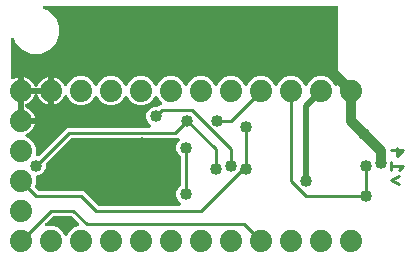
<source format=gbr>
G04 EAGLE Gerber RS-274X export*
G75*
%MOMM*%
%FSLAX34Y34*%
%LPD*%
%INBottom Copper*%
%IPPOS*%
%AMOC8*
5,1,8,0,0,1.08239X$1,22.5*%
G01*
%ADD10C,0.254000*%
%ADD11C,1.879600*%
%ADD12C,1.016000*%
%ADD13C,0.812800*%
%ADD14C,0.508000*%

G36*
X26916Y147843D02*
X26916Y147843D01*
X27042Y147850D01*
X27088Y147863D01*
X27136Y147869D01*
X27255Y147911D01*
X27377Y147946D01*
X27419Y147970D01*
X27464Y147986D01*
X27571Y148055D01*
X27681Y148116D01*
X27727Y148156D01*
X27757Y148175D01*
X27791Y148210D01*
X27867Y148275D01*
X51551Y171959D01*
X121478Y171959D01*
X121578Y171970D01*
X121678Y171972D01*
X121750Y171990D01*
X121824Y171999D01*
X121919Y172032D01*
X122016Y172057D01*
X122082Y172091D01*
X122152Y172116D01*
X122237Y172171D01*
X122326Y172217D01*
X122383Y172265D01*
X122445Y172305D01*
X122515Y172377D01*
X122591Y172442D01*
X122636Y172502D01*
X122687Y172556D01*
X122739Y172642D01*
X122799Y172723D01*
X122828Y172791D01*
X122866Y172855D01*
X122897Y172951D01*
X122937Y173043D01*
X122950Y173116D01*
X122972Y173187D01*
X122981Y173287D01*
X122998Y173386D01*
X122994Y173460D01*
X123000Y173534D01*
X122986Y173634D01*
X122980Y173734D01*
X122960Y173805D01*
X122949Y173879D01*
X122912Y173972D01*
X122884Y174069D01*
X122847Y174134D01*
X122820Y174203D01*
X122763Y174285D01*
X122714Y174373D01*
X122649Y174449D01*
X122621Y174489D01*
X122595Y174513D01*
X122555Y174559D01*
X120109Y177005D01*
X118871Y179993D01*
X118871Y183227D01*
X120109Y186215D01*
X122395Y188501D01*
X125383Y189739D01*
X128390Y189739D01*
X128516Y189753D01*
X128642Y189760D01*
X128688Y189773D01*
X128736Y189779D01*
X128855Y189821D01*
X128977Y189856D01*
X129019Y189880D01*
X129064Y189896D01*
X129171Y189965D01*
X129281Y190026D01*
X129327Y190066D01*
X129357Y190085D01*
X129391Y190120D01*
X129467Y190185D01*
X130291Y191009D01*
X130612Y191009D01*
X130711Y191020D01*
X130812Y191022D01*
X130884Y191040D01*
X130958Y191049D01*
X131052Y191082D01*
X131150Y191107D01*
X131216Y191141D01*
X131286Y191166D01*
X131370Y191221D01*
X131459Y191267D01*
X131516Y191315D01*
X131579Y191355D01*
X131648Y191427D01*
X131725Y191492D01*
X131769Y191552D01*
X131821Y191606D01*
X131872Y191692D01*
X131932Y191773D01*
X131962Y191841D01*
X132000Y191905D01*
X132030Y192001D01*
X132070Y192093D01*
X132083Y192166D01*
X132106Y192237D01*
X132114Y192337D01*
X132132Y192436D01*
X132128Y192510D01*
X132134Y192584D01*
X132119Y192684D01*
X132114Y192784D01*
X132093Y192855D01*
X132082Y192929D01*
X132045Y193022D01*
X132017Y193119D01*
X131981Y193184D01*
X131953Y193253D01*
X131896Y193335D01*
X131847Y193423D01*
X131782Y193499D01*
X131755Y193539D01*
X131728Y193563D01*
X131689Y193609D01*
X129148Y196149D01*
X128407Y197938D01*
X128359Y198026D01*
X128318Y198118D01*
X128274Y198178D01*
X128238Y198243D01*
X128171Y198317D01*
X128111Y198398D01*
X128054Y198446D01*
X128004Y198501D01*
X127921Y198558D01*
X127845Y198623D01*
X127778Y198657D01*
X127717Y198699D01*
X127624Y198736D01*
X127534Y198782D01*
X127462Y198800D01*
X127393Y198827D01*
X127294Y198842D01*
X127196Y198866D01*
X127122Y198867D01*
X127048Y198878D01*
X126948Y198869D01*
X126848Y198871D01*
X126775Y198855D01*
X126701Y198849D01*
X126605Y198818D01*
X126507Y198797D01*
X126440Y198765D01*
X126369Y198742D01*
X126283Y198690D01*
X126192Y198647D01*
X126134Y198600D01*
X126071Y198562D01*
X125999Y198492D01*
X125920Y198429D01*
X125874Y198371D01*
X125821Y198319D01*
X125766Y198235D01*
X125704Y198156D01*
X125658Y198066D01*
X125632Y198026D01*
X125620Y197992D01*
X125593Y197938D01*
X124852Y196149D01*
X121351Y192648D01*
X116776Y190753D01*
X111824Y190753D01*
X107249Y192648D01*
X103748Y196149D01*
X103007Y197938D01*
X102959Y198026D01*
X102918Y198118D01*
X102874Y198178D01*
X102838Y198243D01*
X102771Y198317D01*
X102711Y198398D01*
X102654Y198446D01*
X102604Y198501D01*
X102521Y198558D01*
X102445Y198623D01*
X102378Y198657D01*
X102317Y198699D01*
X102224Y198736D01*
X102134Y198782D01*
X102062Y198800D01*
X101993Y198827D01*
X101894Y198842D01*
X101796Y198866D01*
X101722Y198867D01*
X101648Y198878D01*
X101548Y198869D01*
X101448Y198871D01*
X101375Y198855D01*
X101301Y198849D01*
X101205Y198818D01*
X101107Y198797D01*
X101040Y198765D01*
X100969Y198742D01*
X100883Y198690D01*
X100792Y198647D01*
X100734Y198600D01*
X100671Y198562D01*
X100599Y198492D01*
X100520Y198429D01*
X100474Y198371D01*
X100421Y198319D01*
X100366Y198235D01*
X100304Y198156D01*
X100258Y198066D01*
X100232Y198026D01*
X100220Y197992D01*
X100193Y197938D01*
X99452Y196149D01*
X95951Y192648D01*
X91376Y190753D01*
X86424Y190753D01*
X81849Y192648D01*
X78348Y196149D01*
X77607Y197938D01*
X77559Y198026D01*
X77518Y198118D01*
X77474Y198178D01*
X77438Y198243D01*
X77371Y198317D01*
X77311Y198398D01*
X77254Y198446D01*
X77204Y198501D01*
X77121Y198558D01*
X77045Y198623D01*
X76978Y198657D01*
X76917Y198699D01*
X76824Y198736D01*
X76734Y198782D01*
X76662Y198800D01*
X76593Y198827D01*
X76494Y198842D01*
X76396Y198866D01*
X76322Y198867D01*
X76248Y198878D01*
X76148Y198869D01*
X76048Y198871D01*
X75975Y198855D01*
X75901Y198849D01*
X75805Y198818D01*
X75707Y198797D01*
X75640Y198765D01*
X75569Y198742D01*
X75483Y198690D01*
X75392Y198647D01*
X75334Y198600D01*
X75271Y198562D01*
X75199Y198492D01*
X75120Y198429D01*
X75074Y198371D01*
X75021Y198319D01*
X74966Y198235D01*
X74904Y198156D01*
X74858Y198066D01*
X74832Y198026D01*
X74820Y197992D01*
X74793Y197938D01*
X74052Y196149D01*
X70551Y192648D01*
X65976Y190753D01*
X61024Y190753D01*
X56449Y192648D01*
X52948Y196149D01*
X51952Y198554D01*
X51932Y198590D01*
X51919Y198629D01*
X51848Y198742D01*
X51783Y198859D01*
X51755Y198889D01*
X51734Y198924D01*
X51638Y199018D01*
X51549Y199117D01*
X51515Y199140D01*
X51486Y199169D01*
X51372Y199239D01*
X51262Y199315D01*
X51224Y199330D01*
X51189Y199352D01*
X51062Y199394D01*
X50938Y199443D01*
X50897Y199449D01*
X50859Y199462D01*
X50725Y199475D01*
X50593Y199494D01*
X50552Y199491D01*
X50512Y199494D01*
X50379Y199476D01*
X50246Y199465D01*
X50207Y199453D01*
X50166Y199447D01*
X50042Y199399D01*
X49914Y199358D01*
X49879Y199337D01*
X49841Y199322D01*
X49730Y199247D01*
X49615Y199178D01*
X49586Y199150D01*
X49552Y199127D01*
X49461Y199029D01*
X49365Y198936D01*
X49343Y198901D01*
X49316Y198871D01*
X49187Y198663D01*
X48311Y196943D01*
X47206Y195422D01*
X45878Y194094D01*
X44357Y192989D01*
X42683Y192136D01*
X40896Y191555D01*
X40639Y191515D01*
X40639Y202184D01*
X40636Y202210D01*
X40638Y202236D01*
X40616Y202383D01*
X40599Y202530D01*
X40591Y202555D01*
X40587Y202581D01*
X40532Y202718D01*
X40482Y202858D01*
X40468Y202880D01*
X40458Y202905D01*
X40373Y203026D01*
X40293Y203151D01*
X40274Y203169D01*
X40259Y203191D01*
X40243Y203205D01*
X40325Y203290D01*
X40339Y203313D01*
X40356Y203332D01*
X40428Y203462D01*
X40504Y203589D01*
X40512Y203614D01*
X40525Y203637D01*
X40565Y203780D01*
X40610Y203921D01*
X40612Y203947D01*
X40620Y203972D01*
X40639Y204216D01*
X40639Y214885D01*
X40896Y214845D01*
X42683Y214264D01*
X44357Y213411D01*
X45878Y212306D01*
X47206Y210978D01*
X48311Y209457D01*
X49187Y207737D01*
X49210Y207703D01*
X49226Y207666D01*
X49306Y207558D01*
X49380Y207447D01*
X49410Y207419D01*
X49434Y207386D01*
X49536Y207300D01*
X49634Y207208D01*
X49669Y207187D01*
X49700Y207161D01*
X49819Y207100D01*
X49935Y207032D01*
X49974Y207021D01*
X50010Y207002D01*
X50140Y206970D01*
X50268Y206930D01*
X50309Y206928D01*
X50349Y206918D01*
X50483Y206916D01*
X50616Y206907D01*
X50656Y206913D01*
X50697Y206913D01*
X50828Y206941D01*
X50960Y206963D01*
X50998Y206978D01*
X51038Y206987D01*
X51159Y207045D01*
X51282Y207096D01*
X51315Y207119D01*
X51352Y207137D01*
X51457Y207220D01*
X51566Y207298D01*
X51593Y207329D01*
X51625Y207354D01*
X51708Y207459D01*
X51796Y207560D01*
X51815Y207596D01*
X51841Y207628D01*
X51952Y207846D01*
X52948Y210251D01*
X56449Y213752D01*
X61024Y215647D01*
X65976Y215647D01*
X70551Y213752D01*
X74052Y210251D01*
X74793Y208462D01*
X74841Y208374D01*
X74881Y208282D01*
X74926Y208222D01*
X74962Y208157D01*
X75029Y208083D01*
X75089Y208002D01*
X75146Y207954D01*
X75196Y207899D01*
X75279Y207842D01*
X75355Y207777D01*
X75422Y207743D01*
X75483Y207701D01*
X75576Y207664D01*
X75666Y207618D01*
X75738Y207600D01*
X75807Y207573D01*
X75906Y207558D01*
X76004Y207534D01*
X76078Y207533D01*
X76152Y207522D01*
X76252Y207531D01*
X76352Y207529D01*
X76425Y207545D01*
X76499Y207551D01*
X76595Y207582D01*
X76693Y207603D01*
X76760Y207635D01*
X76831Y207658D01*
X76917Y207710D01*
X77008Y207753D01*
X77066Y207800D01*
X77129Y207838D01*
X77201Y207908D01*
X77280Y207971D01*
X77326Y208029D01*
X77379Y208081D01*
X77434Y208165D01*
X77496Y208244D01*
X77542Y208333D01*
X77568Y208374D01*
X77580Y208408D01*
X77607Y208462D01*
X78348Y210251D01*
X81849Y213752D01*
X86424Y215647D01*
X91376Y215647D01*
X95951Y213752D01*
X99452Y210251D01*
X100193Y208462D01*
X100241Y208374D01*
X100281Y208282D01*
X100326Y208222D01*
X100362Y208157D01*
X100429Y208083D01*
X100489Y208002D01*
X100546Y207954D01*
X100596Y207899D01*
X100679Y207842D01*
X100755Y207777D01*
X100822Y207743D01*
X100883Y207701D01*
X100976Y207664D01*
X101066Y207618D01*
X101138Y207600D01*
X101207Y207573D01*
X101306Y207558D01*
X101404Y207534D01*
X101478Y207533D01*
X101552Y207522D01*
X101652Y207531D01*
X101752Y207529D01*
X101825Y207545D01*
X101899Y207551D01*
X101995Y207582D01*
X102093Y207603D01*
X102160Y207635D01*
X102231Y207658D01*
X102317Y207710D01*
X102408Y207753D01*
X102466Y207800D01*
X102529Y207838D01*
X102601Y207908D01*
X102680Y207971D01*
X102726Y208029D01*
X102779Y208081D01*
X102834Y208165D01*
X102896Y208244D01*
X102942Y208333D01*
X102968Y208374D01*
X102980Y208408D01*
X103007Y208462D01*
X103748Y210251D01*
X107249Y213752D01*
X111824Y215647D01*
X116776Y215647D01*
X121351Y213752D01*
X124852Y210251D01*
X125593Y208462D01*
X125641Y208374D01*
X125681Y208282D01*
X125726Y208222D01*
X125762Y208157D01*
X125829Y208083D01*
X125889Y208002D01*
X125946Y207954D01*
X125996Y207899D01*
X126079Y207842D01*
X126155Y207777D01*
X126222Y207743D01*
X126283Y207701D01*
X126376Y207664D01*
X126466Y207618D01*
X126538Y207600D01*
X126607Y207573D01*
X126706Y207558D01*
X126804Y207534D01*
X126878Y207533D01*
X126952Y207522D01*
X127052Y207531D01*
X127152Y207529D01*
X127225Y207545D01*
X127299Y207551D01*
X127395Y207582D01*
X127493Y207603D01*
X127560Y207635D01*
X127631Y207658D01*
X127717Y207710D01*
X127808Y207753D01*
X127866Y207800D01*
X127929Y207838D01*
X128001Y207908D01*
X128080Y207971D01*
X128126Y208029D01*
X128179Y208081D01*
X128234Y208165D01*
X128296Y208244D01*
X128342Y208333D01*
X128368Y208374D01*
X128380Y208408D01*
X128407Y208462D01*
X129148Y210251D01*
X132649Y213752D01*
X137224Y215647D01*
X142176Y215647D01*
X146751Y213752D01*
X150252Y210251D01*
X150993Y208462D01*
X151041Y208374D01*
X151081Y208282D01*
X151126Y208222D01*
X151162Y208157D01*
X151229Y208083D01*
X151289Y208002D01*
X151346Y207954D01*
X151396Y207899D01*
X151479Y207842D01*
X151555Y207777D01*
X151622Y207743D01*
X151683Y207701D01*
X151776Y207664D01*
X151866Y207618D01*
X151938Y207600D01*
X152007Y207573D01*
X152106Y207558D01*
X152204Y207534D01*
X152278Y207533D01*
X152352Y207522D01*
X152452Y207531D01*
X152552Y207529D01*
X152625Y207545D01*
X152699Y207551D01*
X152795Y207582D01*
X152893Y207603D01*
X152960Y207635D01*
X153031Y207658D01*
X153117Y207710D01*
X153208Y207753D01*
X153266Y207800D01*
X153329Y207838D01*
X153401Y207908D01*
X153480Y207971D01*
X153526Y208029D01*
X153579Y208081D01*
X153634Y208165D01*
X153696Y208244D01*
X153742Y208333D01*
X153768Y208374D01*
X153780Y208408D01*
X153807Y208462D01*
X154548Y210251D01*
X158049Y213752D01*
X162624Y215647D01*
X167576Y215647D01*
X172151Y213752D01*
X175652Y210251D01*
X176393Y208462D01*
X176442Y208374D01*
X176482Y208282D01*
X176526Y208222D01*
X176562Y208157D01*
X176629Y208083D01*
X176689Y208002D01*
X176746Y207954D01*
X176796Y207899D01*
X176879Y207842D01*
X176955Y207777D01*
X177022Y207743D01*
X177083Y207701D01*
X177176Y207664D01*
X177266Y207618D01*
X177338Y207600D01*
X177407Y207573D01*
X177506Y207558D01*
X177604Y207534D01*
X177678Y207533D01*
X177752Y207522D01*
X177852Y207531D01*
X177952Y207529D01*
X178025Y207545D01*
X178099Y207551D01*
X178195Y207582D01*
X178293Y207603D01*
X178360Y207635D01*
X178431Y207658D01*
X178517Y207710D01*
X178608Y207753D01*
X178666Y207800D01*
X178729Y207838D01*
X178801Y207908D01*
X178880Y207971D01*
X178926Y208029D01*
X178979Y208081D01*
X179034Y208165D01*
X179096Y208244D01*
X179142Y208334D01*
X179168Y208374D01*
X179180Y208408D01*
X179207Y208462D01*
X179948Y210251D01*
X183449Y213752D01*
X188024Y215647D01*
X192976Y215647D01*
X197551Y213752D01*
X201052Y210251D01*
X201793Y208462D01*
X201841Y208374D01*
X201881Y208282D01*
X201926Y208222D01*
X201962Y208157D01*
X202029Y208083D01*
X202089Y208002D01*
X202146Y207954D01*
X202196Y207899D01*
X202279Y207842D01*
X202355Y207777D01*
X202422Y207743D01*
X202483Y207701D01*
X202576Y207664D01*
X202666Y207618D01*
X202738Y207600D01*
X202807Y207573D01*
X202906Y207558D01*
X203004Y207534D01*
X203078Y207533D01*
X203152Y207522D01*
X203252Y207531D01*
X203352Y207529D01*
X203425Y207545D01*
X203499Y207551D01*
X203595Y207582D01*
X203693Y207603D01*
X203760Y207635D01*
X203831Y207658D01*
X203917Y207710D01*
X204008Y207753D01*
X204066Y207800D01*
X204129Y207838D01*
X204202Y207908D01*
X204280Y207971D01*
X204326Y208029D01*
X204379Y208081D01*
X204434Y208165D01*
X204496Y208244D01*
X204542Y208334D01*
X204568Y208374D01*
X204580Y208408D01*
X204607Y208462D01*
X205348Y210251D01*
X208849Y213752D01*
X213424Y215647D01*
X218376Y215647D01*
X222951Y213752D01*
X226452Y210251D01*
X227193Y208462D01*
X227241Y208374D01*
X227281Y208282D01*
X227326Y208222D01*
X227362Y208157D01*
X227429Y208083D01*
X227489Y208002D01*
X227546Y207954D01*
X227596Y207899D01*
X227679Y207842D01*
X227755Y207777D01*
X227822Y207743D01*
X227883Y207701D01*
X227976Y207664D01*
X228066Y207618D01*
X228138Y207600D01*
X228207Y207573D01*
X228306Y207558D01*
X228404Y207534D01*
X228478Y207533D01*
X228552Y207522D01*
X228652Y207531D01*
X228752Y207529D01*
X228825Y207545D01*
X228899Y207551D01*
X228995Y207582D01*
X229093Y207603D01*
X229160Y207635D01*
X229231Y207658D01*
X229317Y207710D01*
X229408Y207753D01*
X229466Y207800D01*
X229529Y207838D01*
X229602Y207908D01*
X229680Y207971D01*
X229726Y208029D01*
X229779Y208081D01*
X229834Y208165D01*
X229896Y208244D01*
X229942Y208334D01*
X229968Y208374D01*
X229980Y208408D01*
X230007Y208462D01*
X230748Y210251D01*
X234249Y213752D01*
X238824Y215647D01*
X243776Y215647D01*
X248351Y213752D01*
X251852Y210251D01*
X252593Y208462D01*
X252641Y208374D01*
X252681Y208282D01*
X252726Y208222D01*
X252762Y208157D01*
X252829Y208083D01*
X252889Y208002D01*
X252946Y207954D01*
X252996Y207899D01*
X253079Y207842D01*
X253155Y207777D01*
X253222Y207743D01*
X253283Y207701D01*
X253376Y207664D01*
X253466Y207618D01*
X253538Y207600D01*
X253607Y207573D01*
X253706Y207558D01*
X253804Y207534D01*
X253878Y207533D01*
X253952Y207522D01*
X254052Y207531D01*
X254152Y207529D01*
X254225Y207545D01*
X254299Y207551D01*
X254395Y207582D01*
X254493Y207603D01*
X254560Y207635D01*
X254631Y207658D01*
X254717Y207710D01*
X254808Y207753D01*
X254866Y207800D01*
X254929Y207838D01*
X255002Y207908D01*
X255080Y207971D01*
X255126Y208029D01*
X255179Y208081D01*
X255234Y208165D01*
X255296Y208244D01*
X255342Y208334D01*
X255368Y208374D01*
X255380Y208408D01*
X255407Y208462D01*
X256148Y210251D01*
X259649Y213752D01*
X264224Y215647D01*
X269176Y215647D01*
X273751Y213752D01*
X277252Y210251D01*
X277993Y208462D01*
X278017Y208418D01*
X278034Y208370D01*
X278102Y208266D01*
X278162Y208157D01*
X278196Y208120D01*
X278223Y208078D01*
X278313Y207991D01*
X278396Y207899D01*
X278438Y207870D01*
X278474Y207835D01*
X278581Y207772D01*
X278683Y207701D01*
X278730Y207682D01*
X278773Y207657D01*
X278891Y207619D01*
X279007Y207573D01*
X279057Y207566D01*
X279105Y207550D01*
X279229Y207540D01*
X279352Y207522D01*
X279402Y207526D01*
X279452Y207522D01*
X279575Y207541D01*
X279699Y207551D01*
X279747Y207567D01*
X279797Y207574D01*
X279912Y207620D01*
X280031Y207658D01*
X280074Y207684D01*
X280121Y207703D01*
X280223Y207774D01*
X280329Y207838D01*
X280366Y207873D01*
X280407Y207902D01*
X280490Y207994D01*
X280579Y208081D01*
X280607Y208123D01*
X280640Y208161D01*
X280701Y208269D01*
X280768Y208374D01*
X280785Y208422D01*
X280809Y208466D01*
X280843Y208585D01*
X280884Y208702D01*
X280890Y208753D01*
X280904Y208801D01*
X280923Y209045D01*
X280923Y273812D01*
X280920Y273838D01*
X280922Y273864D01*
X280900Y274011D01*
X280883Y274158D01*
X280875Y274183D01*
X280871Y274209D01*
X280816Y274346D01*
X280766Y274486D01*
X280752Y274508D01*
X280742Y274533D01*
X280657Y274654D01*
X280577Y274779D01*
X280558Y274797D01*
X280543Y274819D01*
X280433Y274918D01*
X280326Y275021D01*
X280304Y275035D01*
X280284Y275052D01*
X280154Y275124D01*
X280027Y275200D01*
X280002Y275208D01*
X279979Y275221D01*
X279836Y275261D01*
X279695Y275306D01*
X279669Y275308D01*
X279644Y275316D01*
X279400Y275335D01*
X32659Y275335D01*
X32609Y275330D01*
X32559Y275332D01*
X32437Y275310D01*
X32313Y275295D01*
X32266Y275278D01*
X32216Y275269D01*
X32102Y275220D01*
X31985Y275178D01*
X31943Y275151D01*
X31897Y275131D01*
X31797Y275056D01*
X31692Y274989D01*
X31657Y274953D01*
X31617Y274923D01*
X31537Y274828D01*
X31450Y274738D01*
X31424Y274695D01*
X31392Y274657D01*
X31335Y274546D01*
X31271Y274439D01*
X31256Y274391D01*
X31233Y274346D01*
X31203Y274226D01*
X31165Y274107D01*
X31161Y274057D01*
X31149Y274008D01*
X31147Y273884D01*
X31137Y273760D01*
X31144Y273710D01*
X31144Y273660D01*
X31170Y273538D01*
X31189Y273415D01*
X31207Y273368D01*
X31218Y273319D01*
X31271Y273207D01*
X31317Y273091D01*
X31346Y273050D01*
X31368Y273004D01*
X31445Y272907D01*
X31516Y272805D01*
X31554Y272771D01*
X31585Y272732D01*
X31683Y272655D01*
X31775Y272572D01*
X31819Y272547D01*
X31859Y272516D01*
X32076Y272405D01*
X36479Y270581D01*
X41981Y265079D01*
X44959Y257890D01*
X44959Y250110D01*
X41981Y242921D01*
X36479Y237419D01*
X29290Y234441D01*
X21510Y234441D01*
X14321Y237419D01*
X8819Y242921D01*
X6995Y247324D01*
X6971Y247368D01*
X6954Y247415D01*
X6886Y247519D01*
X6826Y247628D01*
X6792Y247665D01*
X6765Y247708D01*
X6675Y247794D01*
X6592Y247886D01*
X6550Y247915D01*
X6514Y247950D01*
X6407Y248014D01*
X6305Y248084D01*
X6258Y248103D01*
X6215Y248129D01*
X6097Y248167D01*
X5981Y248212D01*
X5931Y248220D01*
X5883Y248235D01*
X5759Y248245D01*
X5636Y248263D01*
X5586Y248259D01*
X5536Y248263D01*
X5413Y248245D01*
X5289Y248234D01*
X5241Y248219D01*
X5191Y248211D01*
X5076Y248165D01*
X4957Y248127D01*
X4914Y248101D01*
X4867Y248083D01*
X4765Y248012D01*
X4659Y247947D01*
X4622Y247912D01*
X4581Y247884D01*
X4498Y247791D01*
X4409Y247705D01*
X4381Y247662D01*
X4348Y247625D01*
X4288Y247516D01*
X4220Y247411D01*
X4203Y247364D01*
X4179Y247320D01*
X4145Y247200D01*
X4104Y247083D01*
X4098Y247033D01*
X4084Y246984D01*
X4065Y246741D01*
X4065Y214673D01*
X4083Y214518D01*
X4096Y214363D01*
X4102Y214345D01*
X4105Y214327D01*
X4157Y214180D01*
X4206Y214033D01*
X4216Y214016D01*
X4222Y213998D01*
X4307Y213868D01*
X4388Y213735D01*
X4401Y213722D01*
X4411Y213706D01*
X4523Y213597D01*
X4632Y213487D01*
X4648Y213477D01*
X4662Y213463D01*
X4795Y213384D01*
X4927Y213301D01*
X4945Y213294D01*
X4961Y213285D01*
X5109Y213237D01*
X5256Y213186D01*
X5275Y213184D01*
X5293Y213178D01*
X5447Y213166D01*
X5602Y213150D01*
X5621Y213152D01*
X5640Y213150D01*
X5794Y213173D01*
X5948Y213193D01*
X5966Y213199D01*
X5985Y213202D01*
X6130Y213260D01*
X6275Y213313D01*
X6295Y213325D01*
X6309Y213331D01*
X6344Y213356D01*
X6396Y213387D01*
X8117Y214264D01*
X9904Y214845D01*
X10161Y214885D01*
X10161Y204216D01*
X10164Y204190D01*
X10162Y204164D01*
X10184Y204017D01*
X10201Y203870D01*
X10209Y203845D01*
X10213Y203819D01*
X10268Y203682D01*
X10318Y203542D01*
X10332Y203520D01*
X10342Y203495D01*
X10427Y203374D01*
X10507Y203249D01*
X10526Y203231D01*
X10541Y203209D01*
X10557Y203195D01*
X10475Y203110D01*
X10461Y203087D01*
X10444Y203068D01*
X10372Y202938D01*
X10296Y202811D01*
X10288Y202786D01*
X10275Y202763D01*
X10235Y202620D01*
X10190Y202479D01*
X10187Y202453D01*
X10180Y202428D01*
X10161Y202184D01*
X10161Y178816D01*
X10164Y178790D01*
X10162Y178764D01*
X10184Y178617D01*
X10201Y178470D01*
X10209Y178445D01*
X10213Y178419D01*
X10268Y178282D01*
X10318Y178142D01*
X10332Y178120D01*
X10342Y178095D01*
X10427Y177974D01*
X10507Y177849D01*
X10526Y177831D01*
X10541Y177809D01*
X10651Y177710D01*
X10758Y177607D01*
X10780Y177593D01*
X10800Y177576D01*
X10930Y177504D01*
X11057Y177428D01*
X11082Y177420D01*
X11105Y177407D01*
X11248Y177367D01*
X11389Y177322D01*
X11415Y177320D01*
X11440Y177313D01*
X11684Y177293D01*
X12193Y177293D01*
X12193Y176784D01*
X12196Y176758D01*
X12194Y176732D01*
X12216Y176585D01*
X12233Y176438D01*
X12242Y176413D01*
X12246Y176387D01*
X12300Y176249D01*
X12350Y176110D01*
X12365Y176088D01*
X12374Y176063D01*
X12459Y175942D01*
X12539Y175817D01*
X12558Y175799D01*
X12573Y175777D01*
X12683Y175678D01*
X12790Y175575D01*
X12813Y175561D01*
X12832Y175544D01*
X12962Y175472D01*
X13089Y175396D01*
X13114Y175388D01*
X13137Y175375D01*
X13280Y175335D01*
X13421Y175290D01*
X13447Y175287D01*
X13472Y175280D01*
X13716Y175261D01*
X24385Y175261D01*
X24345Y175004D01*
X23764Y173217D01*
X22911Y171543D01*
X21806Y170022D01*
X20478Y168694D01*
X18957Y167589D01*
X17237Y166713D01*
X17203Y166690D01*
X17166Y166674D01*
X17058Y166594D01*
X16947Y166520D01*
X16919Y166490D01*
X16886Y166466D01*
X16799Y166364D01*
X16708Y166266D01*
X16687Y166231D01*
X16661Y166200D01*
X16600Y166081D01*
X16532Y165965D01*
X16521Y165926D01*
X16502Y165890D01*
X16470Y165760D01*
X16430Y165632D01*
X16428Y165591D01*
X16418Y165551D01*
X16416Y165417D01*
X16407Y165284D01*
X16413Y165244D01*
X16413Y165203D01*
X16441Y165072D01*
X16463Y164940D01*
X16478Y164902D01*
X16487Y164862D01*
X16544Y164742D01*
X16596Y164618D01*
X16619Y164584D01*
X16637Y164548D01*
X16720Y164443D01*
X16798Y164334D01*
X16829Y164307D01*
X16854Y164275D01*
X16959Y164193D01*
X17060Y164104D01*
X17096Y164085D01*
X17128Y164059D01*
X17346Y163948D01*
X19751Y162952D01*
X23252Y159451D01*
X25147Y154876D01*
X25147Y149919D01*
X25110Y149790D01*
X25064Y149647D01*
X25062Y149623D01*
X25056Y149600D01*
X25048Y149449D01*
X25036Y149300D01*
X25040Y149276D01*
X25038Y149252D01*
X25066Y149104D01*
X25088Y148955D01*
X25097Y148933D01*
X25101Y148909D01*
X25161Y148771D01*
X25217Y148631D01*
X25230Y148611D01*
X25240Y148589D01*
X25330Y148468D01*
X25415Y148345D01*
X25433Y148329D01*
X25448Y148310D01*
X25563Y148212D01*
X25674Y148112D01*
X25695Y148100D01*
X25714Y148084D01*
X25848Y148016D01*
X25979Y147943D01*
X26002Y147937D01*
X26024Y147926D01*
X26170Y147889D01*
X26315Y147848D01*
X26344Y147846D01*
X26362Y147841D01*
X26409Y147841D01*
X26558Y147829D01*
X26790Y147829D01*
X26916Y147843D01*
G37*
G36*
X146978Y105930D02*
X146978Y105930D01*
X147078Y105932D01*
X147150Y105950D01*
X147224Y105959D01*
X147319Y105992D01*
X147416Y106017D01*
X147482Y106051D01*
X147552Y106076D01*
X147637Y106131D01*
X147726Y106177D01*
X147783Y106225D01*
X147845Y106265D01*
X147915Y106337D01*
X147991Y106402D01*
X148036Y106462D01*
X148087Y106516D01*
X148139Y106602D01*
X148199Y106683D01*
X148228Y106751D01*
X148266Y106815D01*
X148297Y106911D01*
X148337Y107003D01*
X148350Y107076D01*
X148372Y107147D01*
X148381Y107247D01*
X148398Y107346D01*
X148394Y107420D01*
X148400Y107494D01*
X148386Y107594D01*
X148380Y107694D01*
X148360Y107765D01*
X148349Y107839D01*
X148312Y107932D01*
X148284Y108029D01*
X148247Y108094D01*
X148220Y108163D01*
X148163Y108245D01*
X148114Y108333D01*
X148049Y108409D01*
X148021Y108449D01*
X147995Y108473D01*
X147955Y108519D01*
X145509Y110965D01*
X144271Y113953D01*
X144271Y117187D01*
X145509Y120175D01*
X147635Y122301D01*
X147714Y122400D01*
X147798Y122494D01*
X147822Y122536D01*
X147852Y122574D01*
X147906Y122688D01*
X147967Y122799D01*
X147980Y122845D01*
X148001Y122889D01*
X148027Y123012D01*
X148062Y123134D01*
X148067Y123195D01*
X148074Y123230D01*
X148073Y123278D01*
X148081Y123378D01*
X148081Y147132D01*
X148067Y147258D01*
X148060Y147384D01*
X148047Y147430D01*
X148041Y147478D01*
X147999Y147597D01*
X147964Y147719D01*
X147940Y147761D01*
X147924Y147806D01*
X147855Y147913D01*
X147794Y148023D01*
X147754Y148069D01*
X147735Y148099D01*
X147700Y148133D01*
X147635Y148209D01*
X145509Y150335D01*
X144271Y153323D01*
X144271Y156557D01*
X145509Y159545D01*
X146685Y160721D01*
X146748Y160800D01*
X146817Y160872D01*
X146856Y160936D01*
X146902Y160994D01*
X146945Y161085D01*
X146996Y161171D01*
X147019Y161242D01*
X147051Y161309D01*
X147072Y161407D01*
X147102Y161503D01*
X147108Y161577D01*
X147124Y161650D01*
X147122Y161750D01*
X147130Y161850D01*
X147119Y161924D01*
X147118Y161998D01*
X147094Y162095D01*
X147079Y162195D01*
X147051Y162264D01*
X147033Y162336D01*
X146987Y162425D01*
X146950Y162519D01*
X146908Y162580D01*
X146873Y162646D01*
X146808Y162722D01*
X146751Y162805D01*
X146696Y162855D01*
X146648Y162911D01*
X146567Y162971D01*
X146492Y163038D01*
X146427Y163074D01*
X146367Y163119D01*
X146275Y163158D01*
X146187Y163207D01*
X146116Y163227D01*
X146047Y163257D01*
X145949Y163274D01*
X145852Y163302D01*
X145752Y163310D01*
X145704Y163318D01*
X145669Y163316D01*
X145608Y163321D01*
X55760Y163321D01*
X55634Y163307D01*
X55508Y163300D01*
X55462Y163287D01*
X55414Y163281D01*
X55295Y163239D01*
X55173Y163204D01*
X55131Y163180D01*
X55086Y163164D01*
X54979Y163095D01*
X54869Y163034D01*
X54823Y162994D01*
X54793Y162975D01*
X54759Y162940D01*
X54683Y162875D01*
X33975Y142167D01*
X33896Y142068D01*
X33812Y141974D01*
X33788Y141932D01*
X33758Y141894D01*
X33704Y141780D01*
X33643Y141669D01*
X33630Y141623D01*
X33609Y141579D01*
X33583Y141456D01*
X33548Y141334D01*
X33543Y141273D01*
X33536Y141238D01*
X33537Y141190D01*
X33529Y141090D01*
X33529Y138083D01*
X32291Y135095D01*
X30005Y132809D01*
X27017Y131571D01*
X26558Y131571D01*
X26409Y131554D01*
X26259Y131542D01*
X26236Y131534D01*
X26212Y131531D01*
X26071Y131481D01*
X25928Y131434D01*
X25907Y131422D01*
X25884Y131414D01*
X25758Y131332D01*
X25629Y131255D01*
X25612Y131238D01*
X25591Y131225D01*
X25487Y131117D01*
X25379Y131012D01*
X25366Y130992D01*
X25349Y130974D01*
X25272Y130845D01*
X25191Y130719D01*
X25183Y130696D01*
X25170Y130675D01*
X25125Y130532D01*
X25074Y130390D01*
X25071Y130366D01*
X25064Y130343D01*
X25052Y130194D01*
X25035Y130044D01*
X25038Y130020D01*
X25036Y129996D01*
X25058Y129847D01*
X25076Y129698D01*
X25085Y129670D01*
X25088Y129651D01*
X25105Y129607D01*
X25147Y129479D01*
X25147Y124524D01*
X24405Y122733D01*
X24384Y122659D01*
X24353Y122589D01*
X24336Y122492D01*
X24309Y122398D01*
X24305Y122321D01*
X24292Y122246D01*
X24297Y122148D01*
X24292Y122050D01*
X24306Y121974D01*
X24310Y121898D01*
X24337Y121804D01*
X24355Y121707D01*
X24385Y121637D01*
X24406Y121563D01*
X24454Y121477D01*
X24493Y121387D01*
X24539Y121326D01*
X24576Y121259D01*
X24673Y121145D01*
X24701Y121107D01*
X24716Y121095D01*
X24735Y121073D01*
X26743Y119065D01*
X26842Y118986D01*
X26936Y118902D01*
X26978Y118878D01*
X27016Y118848D01*
X27130Y118794D01*
X27241Y118733D01*
X27287Y118720D01*
X27331Y118699D01*
X27454Y118673D01*
X27576Y118638D01*
X27637Y118633D01*
X27672Y118626D01*
X27720Y118627D01*
X27820Y118619D01*
X65289Y118619D01*
X77543Y106365D01*
X77642Y106286D01*
X77736Y106202D01*
X77778Y106178D01*
X77816Y106148D01*
X77930Y106094D01*
X78041Y106033D01*
X78087Y106020D01*
X78131Y105999D01*
X78254Y105973D01*
X78376Y105938D01*
X78437Y105933D01*
X78472Y105926D01*
X78520Y105927D01*
X78620Y105919D01*
X146878Y105919D01*
X146978Y105930D01*
G37*
G36*
X50852Y80531D02*
X50852Y80531D01*
X50952Y80529D01*
X51025Y80545D01*
X51099Y80551D01*
X51195Y80582D01*
X51293Y80603D01*
X51360Y80635D01*
X51431Y80658D01*
X51517Y80710D01*
X51608Y80753D01*
X51666Y80800D01*
X51729Y80838D01*
X51801Y80908D01*
X51880Y80971D01*
X51926Y81029D01*
X51979Y81081D01*
X52034Y81165D01*
X52096Y81244D01*
X52142Y81334D01*
X52168Y81374D01*
X52180Y81408D01*
X52207Y81462D01*
X52948Y83251D01*
X56449Y86752D01*
X61019Y88645D01*
X61151Y88718D01*
X61284Y88787D01*
X61303Y88802D01*
X61324Y88814D01*
X61435Y88915D01*
X61550Y89012D01*
X61564Y89032D01*
X61582Y89048D01*
X61667Y89172D01*
X61757Y89293D01*
X61766Y89315D01*
X61780Y89335D01*
X61835Y89475D01*
X61895Y89613D01*
X61899Y89636D01*
X61908Y89659D01*
X61930Y89808D01*
X61956Y89956D01*
X61955Y89980D01*
X61959Y90004D01*
X61946Y90154D01*
X61939Y90304D01*
X61932Y90327D01*
X61930Y90351D01*
X61884Y90494D01*
X61842Y90639D01*
X61830Y90660D01*
X61823Y90683D01*
X61745Y90811D01*
X61672Y90943D01*
X61653Y90965D01*
X61643Y90981D01*
X61610Y91015D01*
X61513Y91129D01*
X55807Y96835D01*
X55708Y96914D01*
X55614Y96998D01*
X55572Y97022D01*
X55534Y97052D01*
X55420Y97106D01*
X55309Y97167D01*
X55263Y97180D01*
X55219Y97201D01*
X55096Y97227D01*
X54974Y97262D01*
X54913Y97267D01*
X54878Y97274D01*
X54830Y97273D01*
X54730Y97281D01*
X40520Y97281D01*
X40394Y97267D01*
X40268Y97260D01*
X40222Y97247D01*
X40174Y97241D01*
X40055Y97199D01*
X39933Y97164D01*
X39891Y97140D01*
X39846Y97124D01*
X39739Y97055D01*
X39629Y96994D01*
X39583Y96954D01*
X39553Y96935D01*
X39549Y96931D01*
X39518Y96900D01*
X39443Y96835D01*
X33579Y90972D01*
X33548Y90932D01*
X33511Y90898D01*
X33440Y90796D01*
X33363Y90699D01*
X33341Y90653D01*
X33313Y90612D01*
X33267Y90496D01*
X33214Y90384D01*
X33203Y90334D01*
X33185Y90287D01*
X33167Y90164D01*
X33140Y90043D01*
X33141Y89993D01*
X33134Y89943D01*
X33144Y89818D01*
X33146Y89694D01*
X33159Y89646D01*
X33163Y89595D01*
X33201Y89477D01*
X33231Y89356D01*
X33255Y89312D01*
X33270Y89264D01*
X33334Y89157D01*
X33391Y89047D01*
X33424Y89008D01*
X33450Y88965D01*
X33536Y88876D01*
X33617Y88781D01*
X33657Y88751D01*
X33692Y88715D01*
X33797Y88648D01*
X33897Y88574D01*
X33943Y88554D01*
X33986Y88527D01*
X34103Y88485D01*
X34217Y88436D01*
X34267Y88427D01*
X34314Y88410D01*
X34438Y88396D01*
X34560Y88374D01*
X34610Y88377D01*
X34661Y88371D01*
X34784Y88386D01*
X34908Y88392D01*
X34957Y88406D01*
X35007Y88412D01*
X35239Y88487D01*
X35624Y88647D01*
X40576Y88647D01*
X45151Y86752D01*
X48652Y83251D01*
X49393Y81462D01*
X49441Y81374D01*
X49482Y81282D01*
X49526Y81222D01*
X49562Y81157D01*
X49629Y81083D01*
X49689Y81002D01*
X49746Y80954D01*
X49796Y80899D01*
X49879Y80842D01*
X49955Y80777D01*
X50022Y80743D01*
X50083Y80701D01*
X50176Y80664D01*
X50266Y80618D01*
X50338Y80600D01*
X50407Y80573D01*
X50506Y80558D01*
X50604Y80534D01*
X50678Y80533D01*
X50752Y80522D01*
X50852Y80531D01*
G37*
%LPC*%
G36*
X15239Y180339D02*
X15239Y180339D01*
X15239Y200661D01*
X35561Y200661D01*
X35561Y191515D01*
X35304Y191555D01*
X33517Y192136D01*
X31843Y192989D01*
X30322Y194094D01*
X28994Y195422D01*
X27889Y196943D01*
X27036Y198617D01*
X26849Y199193D01*
X26830Y199235D01*
X26818Y199279D01*
X26757Y199393D01*
X26704Y199510D01*
X26676Y199546D01*
X26655Y199587D01*
X26570Y199684D01*
X26491Y199786D01*
X26455Y199815D01*
X26425Y199849D01*
X26321Y199924D01*
X26220Y200006D01*
X26179Y200026D01*
X26142Y200053D01*
X26023Y200102D01*
X25907Y200159D01*
X25863Y200169D01*
X25821Y200187D01*
X25693Y200208D01*
X25567Y200237D01*
X25522Y200237D01*
X25477Y200244D01*
X25348Y200236D01*
X25219Y200235D01*
X25175Y200225D01*
X25129Y200222D01*
X25006Y200184D01*
X24880Y200154D01*
X24839Y200134D01*
X24796Y200121D01*
X24684Y200057D01*
X24568Y199999D01*
X24533Y199970D01*
X24494Y199947D01*
X24399Y199859D01*
X24300Y199776D01*
X24272Y199740D01*
X24239Y199709D01*
X24167Y199601D01*
X24089Y199499D01*
X24071Y199457D01*
X24045Y199419D01*
X23951Y199193D01*
X23764Y198617D01*
X22911Y196943D01*
X21806Y195422D01*
X20478Y194094D01*
X18957Y192989D01*
X17283Y192136D01*
X16707Y191949D01*
X16665Y191930D01*
X16621Y191918D01*
X16507Y191857D01*
X16390Y191804D01*
X16354Y191776D01*
X16313Y191755D01*
X16216Y191670D01*
X16114Y191591D01*
X16085Y191555D01*
X16051Y191525D01*
X15976Y191421D01*
X15894Y191320D01*
X15874Y191279D01*
X15847Y191242D01*
X15798Y191123D01*
X15741Y191007D01*
X15731Y190963D01*
X15713Y190921D01*
X15692Y190793D01*
X15663Y190667D01*
X15663Y190622D01*
X15656Y190577D01*
X15664Y190448D01*
X15665Y190319D01*
X15675Y190275D01*
X15678Y190229D01*
X15716Y190106D01*
X15746Y189980D01*
X15766Y189939D01*
X15779Y189896D01*
X15843Y189784D01*
X15901Y189668D01*
X15930Y189633D01*
X15953Y189594D01*
X16041Y189499D01*
X16124Y189400D01*
X16160Y189372D01*
X16191Y189339D01*
X16299Y189267D01*
X16401Y189189D01*
X16443Y189171D01*
X16481Y189145D01*
X16707Y189051D01*
X17283Y188864D01*
X18957Y188011D01*
X20478Y186906D01*
X21806Y185578D01*
X22911Y184057D01*
X23764Y182383D01*
X24345Y180596D01*
X24385Y180339D01*
X15239Y180339D01*
G37*
%LPD*%
%LPC*%
G36*
X15239Y205739D02*
X15239Y205739D01*
X15239Y214885D01*
X15496Y214845D01*
X17283Y214264D01*
X18957Y213411D01*
X20478Y212306D01*
X21806Y210978D01*
X22911Y209457D01*
X23764Y207783D01*
X23951Y207207D01*
X23970Y207165D01*
X23982Y207121D01*
X24042Y207007D01*
X24096Y206890D01*
X24124Y206854D01*
X24145Y206813D01*
X24230Y206716D01*
X24309Y206614D01*
X24345Y206585D01*
X24375Y206551D01*
X24479Y206475D01*
X24580Y206394D01*
X24621Y206374D01*
X24657Y206347D01*
X24776Y206298D01*
X24893Y206241D01*
X24937Y206231D01*
X24979Y206213D01*
X25107Y206192D01*
X25232Y206163D01*
X25278Y206163D01*
X25323Y206156D01*
X25452Y206164D01*
X25581Y206165D01*
X25625Y206175D01*
X25671Y206178D01*
X25794Y206216D01*
X25920Y206246D01*
X25961Y206266D01*
X26004Y206279D01*
X26116Y206344D01*
X26232Y206401D01*
X26267Y206430D01*
X26306Y206453D01*
X26401Y206541D01*
X26500Y206624D01*
X26528Y206660D01*
X26561Y206691D01*
X26633Y206798D01*
X26711Y206901D01*
X26729Y206943D01*
X26755Y206981D01*
X26849Y207207D01*
X27036Y207783D01*
X27889Y209457D01*
X28994Y210978D01*
X30322Y212306D01*
X31843Y213411D01*
X33517Y214264D01*
X35304Y214845D01*
X35561Y214885D01*
X35561Y205739D01*
X15239Y205739D01*
G37*
%LPD*%
D10*
X333169Y124460D02*
X326390Y127850D01*
X333169Y131239D01*
X333169Y136154D02*
X336559Y139544D01*
X326390Y139544D01*
X326390Y142933D02*
X326390Y136154D01*
X326390Y152932D02*
X336559Y152932D01*
X331474Y147848D01*
X331474Y154627D01*
D11*
X292100Y76200D03*
X266700Y76200D03*
X241300Y76200D03*
X215900Y76200D03*
X190500Y76200D03*
X165100Y76200D03*
X139700Y76200D03*
X114300Y76200D03*
X88900Y76200D03*
X63500Y76200D03*
X38100Y76200D03*
X38100Y203200D03*
X63500Y203200D03*
X88900Y203200D03*
X114300Y203200D03*
X139700Y203200D03*
X165100Y203200D03*
X190500Y203200D03*
X215900Y203200D03*
X241300Y203200D03*
X266700Y203200D03*
X292100Y203200D03*
X12700Y76200D03*
X12700Y101600D03*
X12700Y127000D03*
X12700Y152400D03*
X12700Y177800D03*
X12700Y203200D03*
D12*
X50800Y90170D03*
X303530Y166370D03*
X63500Y139700D03*
X115570Y158750D03*
X317500Y142240D03*
D13*
X292100Y203200D02*
X266700Y228600D01*
X292100Y203200D02*
X292100Y177800D01*
X303530Y166370D01*
X317500Y152400D01*
X317500Y142240D01*
D12*
X190500Y139700D03*
D10*
X190500Y153670D02*
X157480Y186690D01*
X142240Y186690D01*
D12*
X127000Y181610D03*
D10*
X190500Y153670D02*
X190500Y139700D01*
X142240Y186690D02*
X135890Y186690D01*
X132080Y186690D01*
X127000Y181610D01*
D14*
X254000Y190500D02*
X254000Y127000D01*
X254000Y190500D02*
X266700Y203200D01*
D12*
X254000Y127000D03*
D10*
X38100Y101600D02*
X12700Y76200D01*
X38100Y101600D02*
X57150Y101600D01*
X68580Y90170D01*
X201930Y90170D01*
X215900Y76200D01*
X241300Y177800D02*
X241300Y203200D01*
X254000Y114300D02*
X304800Y114300D01*
X254000Y114300D02*
X241300Y127000D01*
X241300Y177800D01*
D12*
X304800Y114300D03*
X304800Y139700D03*
D10*
X304800Y114300D01*
D12*
X152400Y115570D03*
D10*
X152400Y154940D01*
D12*
X152400Y154940D03*
X179070Y177800D03*
D10*
X190500Y177800D01*
X215900Y203200D01*
D12*
X203200Y172720D03*
D10*
X203200Y137160D01*
D12*
X203200Y137160D03*
D10*
X200660Y137160D01*
X165100Y101600D01*
X76200Y101600D01*
X63500Y114300D01*
X25400Y114300D01*
X12700Y127000D01*
D12*
X153670Y177800D03*
X177800Y137160D03*
D10*
X177800Y153670D01*
X153670Y177800D01*
D12*
X25400Y139700D03*
D10*
X50800Y165100D01*
X53340Y167640D01*
X143510Y167640D01*
X153670Y177800D01*
M02*

</source>
